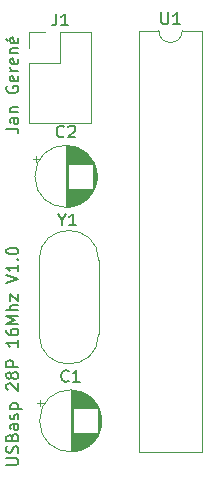
<source format=gbr>
%TF.GenerationSoftware,KiCad,Pcbnew,(5.1.7)-1*%
%TF.CreationDate,2020-12-03T15:27:53+01:00*%
%TF.ProjectId,usbasp16Mhz,75736261-7370-4313-964d-687a2e6b6963,rev?*%
%TF.SameCoordinates,Original*%
%TF.FileFunction,Legend,Top*%
%TF.FilePolarity,Positive*%
%FSLAX46Y46*%
G04 Gerber Fmt 4.6, Leading zero omitted, Abs format (unit mm)*
G04 Created by KiCad (PCBNEW (5.1.7)-1) date 2020-12-03 15:27:53*
%MOMM*%
%LPD*%
G01*
G04 APERTURE LIST*
%ADD10C,0.150000*%
%ADD11C,0.120000*%
G04 APERTURE END LIST*
D10*
X130516380Y-93860476D02*
X131230666Y-93860476D01*
X131373523Y-93908095D01*
X131468761Y-94003333D01*
X131516380Y-94146190D01*
X131516380Y-94241428D01*
X131516380Y-92955714D02*
X130992571Y-92955714D01*
X130897333Y-93003333D01*
X130849714Y-93098571D01*
X130849714Y-93289047D01*
X130897333Y-93384285D01*
X131468761Y-92955714D02*
X131516380Y-93050952D01*
X131516380Y-93289047D01*
X131468761Y-93384285D01*
X131373523Y-93431904D01*
X131278285Y-93431904D01*
X131183047Y-93384285D01*
X131135428Y-93289047D01*
X131135428Y-93050952D01*
X131087809Y-92955714D01*
X130849714Y-92479523D02*
X131516380Y-92479523D01*
X130944952Y-92479523D02*
X130897333Y-92431904D01*
X130849714Y-92336666D01*
X130849714Y-92193809D01*
X130897333Y-92098571D01*
X130992571Y-92050952D01*
X131516380Y-92050952D01*
X130564000Y-90289047D02*
X130516380Y-90384285D01*
X130516380Y-90527142D01*
X130564000Y-90670000D01*
X130659238Y-90765238D01*
X130754476Y-90812857D01*
X130944952Y-90860476D01*
X131087809Y-90860476D01*
X131278285Y-90812857D01*
X131373523Y-90765238D01*
X131468761Y-90670000D01*
X131516380Y-90527142D01*
X131516380Y-90431904D01*
X131468761Y-90289047D01*
X131421142Y-90241428D01*
X131087809Y-90241428D01*
X131087809Y-90431904D01*
X131468761Y-89431904D02*
X131516380Y-89527142D01*
X131516380Y-89717619D01*
X131468761Y-89812857D01*
X131373523Y-89860476D01*
X130992571Y-89860476D01*
X130897333Y-89812857D01*
X130849714Y-89717619D01*
X130849714Y-89527142D01*
X130897333Y-89431904D01*
X130992571Y-89384285D01*
X131087809Y-89384285D01*
X131183047Y-89860476D01*
X131516380Y-88955714D02*
X130849714Y-88955714D01*
X131040190Y-88955714D02*
X130944952Y-88908095D01*
X130897333Y-88860476D01*
X130849714Y-88765238D01*
X130849714Y-88670000D01*
X131468761Y-87955714D02*
X131516380Y-88050952D01*
X131516380Y-88241428D01*
X131468761Y-88336666D01*
X131373523Y-88384285D01*
X130992571Y-88384285D01*
X130897333Y-88336666D01*
X130849714Y-88241428D01*
X130849714Y-88050952D01*
X130897333Y-87955714D01*
X130992571Y-87908095D01*
X131087809Y-87908095D01*
X131183047Y-88384285D01*
X130849714Y-87479523D02*
X131516380Y-87479523D01*
X130944952Y-87479523D02*
X130897333Y-87431904D01*
X130849714Y-87336666D01*
X130849714Y-87193809D01*
X130897333Y-87098571D01*
X130992571Y-87050952D01*
X131516380Y-87050952D01*
X131468761Y-86193809D02*
X131516380Y-86289047D01*
X131516380Y-86479523D01*
X131468761Y-86574761D01*
X131373523Y-86622380D01*
X130992571Y-86622380D01*
X130897333Y-86574761D01*
X130849714Y-86479523D01*
X130849714Y-86289047D01*
X130897333Y-86193809D01*
X130992571Y-86146190D01*
X131087809Y-86146190D01*
X131183047Y-86622380D01*
X130468761Y-86289047D02*
X130611619Y-86431904D01*
X130516380Y-122323619D02*
X131325904Y-122323619D01*
X131421142Y-122276000D01*
X131468761Y-122228380D01*
X131516380Y-122133142D01*
X131516380Y-121942666D01*
X131468761Y-121847428D01*
X131421142Y-121799809D01*
X131325904Y-121752190D01*
X130516380Y-121752190D01*
X131468761Y-121323619D02*
X131516380Y-121180761D01*
X131516380Y-120942666D01*
X131468761Y-120847428D01*
X131421142Y-120799809D01*
X131325904Y-120752190D01*
X131230666Y-120752190D01*
X131135428Y-120799809D01*
X131087809Y-120847428D01*
X131040190Y-120942666D01*
X130992571Y-121133142D01*
X130944952Y-121228380D01*
X130897333Y-121276000D01*
X130802095Y-121323619D01*
X130706857Y-121323619D01*
X130611619Y-121276000D01*
X130564000Y-121228380D01*
X130516380Y-121133142D01*
X130516380Y-120895047D01*
X130564000Y-120752190D01*
X130992571Y-119990285D02*
X131040190Y-119847428D01*
X131087809Y-119799809D01*
X131183047Y-119752190D01*
X131325904Y-119752190D01*
X131421142Y-119799809D01*
X131468761Y-119847428D01*
X131516380Y-119942666D01*
X131516380Y-120323619D01*
X130516380Y-120323619D01*
X130516380Y-119990285D01*
X130564000Y-119895047D01*
X130611619Y-119847428D01*
X130706857Y-119799809D01*
X130802095Y-119799809D01*
X130897333Y-119847428D01*
X130944952Y-119895047D01*
X130992571Y-119990285D01*
X130992571Y-120323619D01*
X131516380Y-118895047D02*
X130992571Y-118895047D01*
X130897333Y-118942666D01*
X130849714Y-119037904D01*
X130849714Y-119228380D01*
X130897333Y-119323619D01*
X131468761Y-118895047D02*
X131516380Y-118990285D01*
X131516380Y-119228380D01*
X131468761Y-119323619D01*
X131373523Y-119371238D01*
X131278285Y-119371238D01*
X131183047Y-119323619D01*
X131135428Y-119228380D01*
X131135428Y-118990285D01*
X131087809Y-118895047D01*
X131468761Y-118466476D02*
X131516380Y-118371238D01*
X131516380Y-118180761D01*
X131468761Y-118085523D01*
X131373523Y-118037904D01*
X131325904Y-118037904D01*
X131230666Y-118085523D01*
X131183047Y-118180761D01*
X131183047Y-118323619D01*
X131135428Y-118418857D01*
X131040190Y-118466476D01*
X130992571Y-118466476D01*
X130897333Y-118418857D01*
X130849714Y-118323619D01*
X130849714Y-118180761D01*
X130897333Y-118085523D01*
X130849714Y-117609333D02*
X131849714Y-117609333D01*
X130897333Y-117609333D02*
X130849714Y-117514095D01*
X130849714Y-117323619D01*
X130897333Y-117228380D01*
X130944952Y-117180761D01*
X131040190Y-117133142D01*
X131325904Y-117133142D01*
X131421142Y-117180761D01*
X131468761Y-117228380D01*
X131516380Y-117323619D01*
X131516380Y-117514095D01*
X131468761Y-117609333D01*
X130611619Y-115990285D02*
X130564000Y-115942666D01*
X130516380Y-115847428D01*
X130516380Y-115609333D01*
X130564000Y-115514095D01*
X130611619Y-115466476D01*
X130706857Y-115418857D01*
X130802095Y-115418857D01*
X130944952Y-115466476D01*
X131516380Y-116037904D01*
X131516380Y-115418857D01*
X130944952Y-114847428D02*
X130897333Y-114942666D01*
X130849714Y-114990285D01*
X130754476Y-115037904D01*
X130706857Y-115037904D01*
X130611619Y-114990285D01*
X130564000Y-114942666D01*
X130516380Y-114847428D01*
X130516380Y-114656952D01*
X130564000Y-114561714D01*
X130611619Y-114514095D01*
X130706857Y-114466476D01*
X130754476Y-114466476D01*
X130849714Y-114514095D01*
X130897333Y-114561714D01*
X130944952Y-114656952D01*
X130944952Y-114847428D01*
X130992571Y-114942666D01*
X131040190Y-114990285D01*
X131135428Y-115037904D01*
X131325904Y-115037904D01*
X131421142Y-114990285D01*
X131468761Y-114942666D01*
X131516380Y-114847428D01*
X131516380Y-114656952D01*
X131468761Y-114561714D01*
X131421142Y-114514095D01*
X131325904Y-114466476D01*
X131135428Y-114466476D01*
X131040190Y-114514095D01*
X130992571Y-114561714D01*
X130944952Y-114656952D01*
X131516380Y-114037904D02*
X130516380Y-114037904D01*
X130516380Y-113656952D01*
X130564000Y-113561714D01*
X130611619Y-113514095D01*
X130706857Y-113466476D01*
X130849714Y-113466476D01*
X130944952Y-113514095D01*
X130992571Y-113561714D01*
X131040190Y-113656952D01*
X131040190Y-114037904D01*
X131516380Y-111752190D02*
X131516380Y-112323619D01*
X131516380Y-112037904D02*
X130516380Y-112037904D01*
X130659238Y-112133142D01*
X130754476Y-112228380D01*
X130802095Y-112323619D01*
X130516380Y-110895047D02*
X130516380Y-111085523D01*
X130564000Y-111180761D01*
X130611619Y-111228380D01*
X130754476Y-111323619D01*
X130944952Y-111371238D01*
X131325904Y-111371238D01*
X131421142Y-111323619D01*
X131468761Y-111276000D01*
X131516380Y-111180761D01*
X131516380Y-110990285D01*
X131468761Y-110895047D01*
X131421142Y-110847428D01*
X131325904Y-110799809D01*
X131087809Y-110799809D01*
X130992571Y-110847428D01*
X130944952Y-110895047D01*
X130897333Y-110990285D01*
X130897333Y-111180761D01*
X130944952Y-111276000D01*
X130992571Y-111323619D01*
X131087809Y-111371238D01*
X131516380Y-110371238D02*
X130516380Y-110371238D01*
X131230666Y-110037904D01*
X130516380Y-109704571D01*
X131516380Y-109704571D01*
X131516380Y-109228380D02*
X130516380Y-109228380D01*
X131516380Y-108799809D02*
X130992571Y-108799809D01*
X130897333Y-108847428D01*
X130849714Y-108942666D01*
X130849714Y-109085523D01*
X130897333Y-109180761D01*
X130944952Y-109228380D01*
X130849714Y-108418857D02*
X130849714Y-107895047D01*
X131516380Y-108418857D01*
X131516380Y-107895047D01*
X130516380Y-106895047D02*
X131516380Y-106561714D01*
X130516380Y-106228380D01*
X131516380Y-105371238D02*
X131516380Y-105942666D01*
X131516380Y-105656952D02*
X130516380Y-105656952D01*
X130659238Y-105752190D01*
X130754476Y-105847428D01*
X130802095Y-105942666D01*
X131421142Y-104942666D02*
X131468761Y-104895047D01*
X131516380Y-104942666D01*
X131468761Y-104990285D01*
X131421142Y-104942666D01*
X131516380Y-104942666D01*
X130516380Y-104276000D02*
X130516380Y-104180761D01*
X130564000Y-104085523D01*
X130611619Y-104037904D01*
X130706857Y-103990285D01*
X130897333Y-103942666D01*
X131135428Y-103942666D01*
X131325904Y-103990285D01*
X131421142Y-104037904D01*
X131468761Y-104085523D01*
X131516380Y-104180761D01*
X131516380Y-104276000D01*
X131468761Y-104371238D01*
X131421142Y-104418857D01*
X131325904Y-104466476D01*
X131135428Y-104514095D01*
X130897333Y-104514095D01*
X130706857Y-104466476D01*
X130611619Y-104418857D01*
X130564000Y-104371238D01*
X130516380Y-104276000D01*
D11*
%TO.C,C1*%
X133395225Y-116875000D02*
X133395225Y-117375000D01*
X133145225Y-117125000D02*
X133645225Y-117125000D01*
X138551000Y-118316000D02*
X138551000Y-118884000D01*
X138511000Y-118082000D02*
X138511000Y-119118000D01*
X138471000Y-117923000D02*
X138471000Y-119277000D01*
X138431000Y-117795000D02*
X138431000Y-119405000D01*
X138391000Y-117685000D02*
X138391000Y-119515000D01*
X138351000Y-117589000D02*
X138351000Y-119611000D01*
X138311000Y-117502000D02*
X138311000Y-119698000D01*
X138271000Y-117422000D02*
X138271000Y-119778000D01*
X138231000Y-119640000D02*
X138231000Y-119851000D01*
X138231000Y-117349000D02*
X138231000Y-117560000D01*
X138191000Y-119640000D02*
X138191000Y-119919000D01*
X138191000Y-117281000D02*
X138191000Y-117560000D01*
X138151000Y-119640000D02*
X138151000Y-119983000D01*
X138151000Y-117217000D02*
X138151000Y-117560000D01*
X138111000Y-119640000D02*
X138111000Y-120043000D01*
X138111000Y-117157000D02*
X138111000Y-117560000D01*
X138071000Y-119640000D02*
X138071000Y-120100000D01*
X138071000Y-117100000D02*
X138071000Y-117560000D01*
X138031000Y-119640000D02*
X138031000Y-120154000D01*
X138031000Y-117046000D02*
X138031000Y-117560000D01*
X137991000Y-119640000D02*
X137991000Y-120205000D01*
X137991000Y-116995000D02*
X137991000Y-117560000D01*
X137951000Y-119640000D02*
X137951000Y-120253000D01*
X137951000Y-116947000D02*
X137951000Y-117560000D01*
X137911000Y-119640000D02*
X137911000Y-120299000D01*
X137911000Y-116901000D02*
X137911000Y-117560000D01*
X137871000Y-119640000D02*
X137871000Y-120343000D01*
X137871000Y-116857000D02*
X137871000Y-117560000D01*
X137831000Y-119640000D02*
X137831000Y-120385000D01*
X137831000Y-116815000D02*
X137831000Y-117560000D01*
X137791000Y-119640000D02*
X137791000Y-120426000D01*
X137791000Y-116774000D02*
X137791000Y-117560000D01*
X137751000Y-119640000D02*
X137751000Y-120464000D01*
X137751000Y-116736000D02*
X137751000Y-117560000D01*
X137711000Y-119640000D02*
X137711000Y-120501000D01*
X137711000Y-116699000D02*
X137711000Y-117560000D01*
X137671000Y-119640000D02*
X137671000Y-120537000D01*
X137671000Y-116663000D02*
X137671000Y-117560000D01*
X137631000Y-119640000D02*
X137631000Y-120571000D01*
X137631000Y-116629000D02*
X137631000Y-117560000D01*
X137591000Y-119640000D02*
X137591000Y-120604000D01*
X137591000Y-116596000D02*
X137591000Y-117560000D01*
X137551000Y-119640000D02*
X137551000Y-120635000D01*
X137551000Y-116565000D02*
X137551000Y-117560000D01*
X137511000Y-119640000D02*
X137511000Y-120665000D01*
X137511000Y-116535000D02*
X137511000Y-117560000D01*
X137471000Y-119640000D02*
X137471000Y-120695000D01*
X137471000Y-116505000D02*
X137471000Y-117560000D01*
X137431000Y-119640000D02*
X137431000Y-120722000D01*
X137431000Y-116478000D02*
X137431000Y-117560000D01*
X137391000Y-119640000D02*
X137391000Y-120749000D01*
X137391000Y-116451000D02*
X137391000Y-117560000D01*
X137351000Y-119640000D02*
X137351000Y-120775000D01*
X137351000Y-116425000D02*
X137351000Y-117560000D01*
X137311000Y-119640000D02*
X137311000Y-120800000D01*
X137311000Y-116400000D02*
X137311000Y-117560000D01*
X137271000Y-119640000D02*
X137271000Y-120824000D01*
X137271000Y-116376000D02*
X137271000Y-117560000D01*
X137231000Y-119640000D02*
X137231000Y-120847000D01*
X137231000Y-116353000D02*
X137231000Y-117560000D01*
X137191000Y-119640000D02*
X137191000Y-120868000D01*
X137191000Y-116332000D02*
X137191000Y-117560000D01*
X137151000Y-119640000D02*
X137151000Y-120890000D01*
X137151000Y-116310000D02*
X137151000Y-117560000D01*
X137111000Y-119640000D02*
X137111000Y-120910000D01*
X137111000Y-116290000D02*
X137111000Y-117560000D01*
X137071000Y-119640000D02*
X137071000Y-120929000D01*
X137071000Y-116271000D02*
X137071000Y-117560000D01*
X137031000Y-119640000D02*
X137031000Y-120948000D01*
X137031000Y-116252000D02*
X137031000Y-117560000D01*
X136991000Y-119640000D02*
X136991000Y-120965000D01*
X136991000Y-116235000D02*
X136991000Y-117560000D01*
X136951000Y-119640000D02*
X136951000Y-120982000D01*
X136951000Y-116218000D02*
X136951000Y-117560000D01*
X136911000Y-119640000D02*
X136911000Y-120998000D01*
X136911000Y-116202000D02*
X136911000Y-117560000D01*
X136871000Y-119640000D02*
X136871000Y-121014000D01*
X136871000Y-116186000D02*
X136871000Y-117560000D01*
X136831000Y-119640000D02*
X136831000Y-121028000D01*
X136831000Y-116172000D02*
X136831000Y-117560000D01*
X136791000Y-119640000D02*
X136791000Y-121042000D01*
X136791000Y-116158000D02*
X136791000Y-117560000D01*
X136751000Y-119640000D02*
X136751000Y-121055000D01*
X136751000Y-116145000D02*
X136751000Y-117560000D01*
X136711000Y-119640000D02*
X136711000Y-121068000D01*
X136711000Y-116132000D02*
X136711000Y-117560000D01*
X136671000Y-119640000D02*
X136671000Y-121080000D01*
X136671000Y-116120000D02*
X136671000Y-117560000D01*
X136630000Y-119640000D02*
X136630000Y-121091000D01*
X136630000Y-116109000D02*
X136630000Y-117560000D01*
X136590000Y-119640000D02*
X136590000Y-121101000D01*
X136590000Y-116099000D02*
X136590000Y-117560000D01*
X136550000Y-119640000D02*
X136550000Y-121111000D01*
X136550000Y-116089000D02*
X136550000Y-117560000D01*
X136510000Y-119640000D02*
X136510000Y-121120000D01*
X136510000Y-116080000D02*
X136510000Y-117560000D01*
X136470000Y-119640000D02*
X136470000Y-121128000D01*
X136470000Y-116072000D02*
X136470000Y-117560000D01*
X136430000Y-119640000D02*
X136430000Y-121136000D01*
X136430000Y-116064000D02*
X136430000Y-117560000D01*
X136390000Y-119640000D02*
X136390000Y-121143000D01*
X136390000Y-116057000D02*
X136390000Y-117560000D01*
X136350000Y-119640000D02*
X136350000Y-121150000D01*
X136350000Y-116050000D02*
X136350000Y-117560000D01*
X136310000Y-119640000D02*
X136310000Y-121156000D01*
X136310000Y-116044000D02*
X136310000Y-117560000D01*
X136270000Y-119640000D02*
X136270000Y-121161000D01*
X136270000Y-116039000D02*
X136270000Y-117560000D01*
X136230000Y-119640000D02*
X136230000Y-121165000D01*
X136230000Y-116035000D02*
X136230000Y-117560000D01*
X136190000Y-119640000D02*
X136190000Y-121169000D01*
X136190000Y-116031000D02*
X136190000Y-117560000D01*
X136150000Y-116027000D02*
X136150000Y-121173000D01*
X136110000Y-116024000D02*
X136110000Y-121176000D01*
X136070000Y-116022000D02*
X136070000Y-121178000D01*
X136030000Y-116021000D02*
X136030000Y-121179000D01*
X135990000Y-116020000D02*
X135990000Y-121180000D01*
X135950000Y-116020000D02*
X135950000Y-121180000D01*
X138570000Y-118600000D02*
G75*
G03*
X138570000Y-118600000I-2620000J0D01*
G01*
%TO.C,C2*%
X138170000Y-97900000D02*
G75*
G03*
X138170000Y-97900000I-2620000J0D01*
G01*
X135550000Y-95320000D02*
X135550000Y-100480000D01*
X135590000Y-95320000D02*
X135590000Y-100480000D01*
X135630000Y-95321000D02*
X135630000Y-100479000D01*
X135670000Y-95322000D02*
X135670000Y-100478000D01*
X135710000Y-95324000D02*
X135710000Y-100476000D01*
X135750000Y-95327000D02*
X135750000Y-100473000D01*
X135790000Y-95331000D02*
X135790000Y-96860000D01*
X135790000Y-98940000D02*
X135790000Y-100469000D01*
X135830000Y-95335000D02*
X135830000Y-96860000D01*
X135830000Y-98940000D02*
X135830000Y-100465000D01*
X135870000Y-95339000D02*
X135870000Y-96860000D01*
X135870000Y-98940000D02*
X135870000Y-100461000D01*
X135910000Y-95344000D02*
X135910000Y-96860000D01*
X135910000Y-98940000D02*
X135910000Y-100456000D01*
X135950000Y-95350000D02*
X135950000Y-96860000D01*
X135950000Y-98940000D02*
X135950000Y-100450000D01*
X135990000Y-95357000D02*
X135990000Y-96860000D01*
X135990000Y-98940000D02*
X135990000Y-100443000D01*
X136030000Y-95364000D02*
X136030000Y-96860000D01*
X136030000Y-98940000D02*
X136030000Y-100436000D01*
X136070000Y-95372000D02*
X136070000Y-96860000D01*
X136070000Y-98940000D02*
X136070000Y-100428000D01*
X136110000Y-95380000D02*
X136110000Y-96860000D01*
X136110000Y-98940000D02*
X136110000Y-100420000D01*
X136150000Y-95389000D02*
X136150000Y-96860000D01*
X136150000Y-98940000D02*
X136150000Y-100411000D01*
X136190000Y-95399000D02*
X136190000Y-96860000D01*
X136190000Y-98940000D02*
X136190000Y-100401000D01*
X136230000Y-95409000D02*
X136230000Y-96860000D01*
X136230000Y-98940000D02*
X136230000Y-100391000D01*
X136271000Y-95420000D02*
X136271000Y-96860000D01*
X136271000Y-98940000D02*
X136271000Y-100380000D01*
X136311000Y-95432000D02*
X136311000Y-96860000D01*
X136311000Y-98940000D02*
X136311000Y-100368000D01*
X136351000Y-95445000D02*
X136351000Y-96860000D01*
X136351000Y-98940000D02*
X136351000Y-100355000D01*
X136391000Y-95458000D02*
X136391000Y-96860000D01*
X136391000Y-98940000D02*
X136391000Y-100342000D01*
X136431000Y-95472000D02*
X136431000Y-96860000D01*
X136431000Y-98940000D02*
X136431000Y-100328000D01*
X136471000Y-95486000D02*
X136471000Y-96860000D01*
X136471000Y-98940000D02*
X136471000Y-100314000D01*
X136511000Y-95502000D02*
X136511000Y-96860000D01*
X136511000Y-98940000D02*
X136511000Y-100298000D01*
X136551000Y-95518000D02*
X136551000Y-96860000D01*
X136551000Y-98940000D02*
X136551000Y-100282000D01*
X136591000Y-95535000D02*
X136591000Y-96860000D01*
X136591000Y-98940000D02*
X136591000Y-100265000D01*
X136631000Y-95552000D02*
X136631000Y-96860000D01*
X136631000Y-98940000D02*
X136631000Y-100248000D01*
X136671000Y-95571000D02*
X136671000Y-96860000D01*
X136671000Y-98940000D02*
X136671000Y-100229000D01*
X136711000Y-95590000D02*
X136711000Y-96860000D01*
X136711000Y-98940000D02*
X136711000Y-100210000D01*
X136751000Y-95610000D02*
X136751000Y-96860000D01*
X136751000Y-98940000D02*
X136751000Y-100190000D01*
X136791000Y-95632000D02*
X136791000Y-96860000D01*
X136791000Y-98940000D02*
X136791000Y-100168000D01*
X136831000Y-95653000D02*
X136831000Y-96860000D01*
X136831000Y-98940000D02*
X136831000Y-100147000D01*
X136871000Y-95676000D02*
X136871000Y-96860000D01*
X136871000Y-98940000D02*
X136871000Y-100124000D01*
X136911000Y-95700000D02*
X136911000Y-96860000D01*
X136911000Y-98940000D02*
X136911000Y-100100000D01*
X136951000Y-95725000D02*
X136951000Y-96860000D01*
X136951000Y-98940000D02*
X136951000Y-100075000D01*
X136991000Y-95751000D02*
X136991000Y-96860000D01*
X136991000Y-98940000D02*
X136991000Y-100049000D01*
X137031000Y-95778000D02*
X137031000Y-96860000D01*
X137031000Y-98940000D02*
X137031000Y-100022000D01*
X137071000Y-95805000D02*
X137071000Y-96860000D01*
X137071000Y-98940000D02*
X137071000Y-99995000D01*
X137111000Y-95835000D02*
X137111000Y-96860000D01*
X137111000Y-98940000D02*
X137111000Y-99965000D01*
X137151000Y-95865000D02*
X137151000Y-96860000D01*
X137151000Y-98940000D02*
X137151000Y-99935000D01*
X137191000Y-95896000D02*
X137191000Y-96860000D01*
X137191000Y-98940000D02*
X137191000Y-99904000D01*
X137231000Y-95929000D02*
X137231000Y-96860000D01*
X137231000Y-98940000D02*
X137231000Y-99871000D01*
X137271000Y-95963000D02*
X137271000Y-96860000D01*
X137271000Y-98940000D02*
X137271000Y-99837000D01*
X137311000Y-95999000D02*
X137311000Y-96860000D01*
X137311000Y-98940000D02*
X137311000Y-99801000D01*
X137351000Y-96036000D02*
X137351000Y-96860000D01*
X137351000Y-98940000D02*
X137351000Y-99764000D01*
X137391000Y-96074000D02*
X137391000Y-96860000D01*
X137391000Y-98940000D02*
X137391000Y-99726000D01*
X137431000Y-96115000D02*
X137431000Y-96860000D01*
X137431000Y-98940000D02*
X137431000Y-99685000D01*
X137471000Y-96157000D02*
X137471000Y-96860000D01*
X137471000Y-98940000D02*
X137471000Y-99643000D01*
X137511000Y-96201000D02*
X137511000Y-96860000D01*
X137511000Y-98940000D02*
X137511000Y-99599000D01*
X137551000Y-96247000D02*
X137551000Y-96860000D01*
X137551000Y-98940000D02*
X137551000Y-99553000D01*
X137591000Y-96295000D02*
X137591000Y-96860000D01*
X137591000Y-98940000D02*
X137591000Y-99505000D01*
X137631000Y-96346000D02*
X137631000Y-96860000D01*
X137631000Y-98940000D02*
X137631000Y-99454000D01*
X137671000Y-96400000D02*
X137671000Y-96860000D01*
X137671000Y-98940000D02*
X137671000Y-99400000D01*
X137711000Y-96457000D02*
X137711000Y-96860000D01*
X137711000Y-98940000D02*
X137711000Y-99343000D01*
X137751000Y-96517000D02*
X137751000Y-96860000D01*
X137751000Y-98940000D02*
X137751000Y-99283000D01*
X137791000Y-96581000D02*
X137791000Y-96860000D01*
X137791000Y-98940000D02*
X137791000Y-99219000D01*
X137831000Y-96649000D02*
X137831000Y-96860000D01*
X137831000Y-98940000D02*
X137831000Y-99151000D01*
X137871000Y-96722000D02*
X137871000Y-99078000D01*
X137911000Y-96802000D02*
X137911000Y-98998000D01*
X137951000Y-96889000D02*
X137951000Y-98911000D01*
X137991000Y-96985000D02*
X137991000Y-98815000D01*
X138031000Y-97095000D02*
X138031000Y-98705000D01*
X138071000Y-97223000D02*
X138071000Y-98577000D01*
X138111000Y-97382000D02*
X138111000Y-98418000D01*
X138151000Y-97616000D02*
X138151000Y-98184000D01*
X132745225Y-96425000D02*
X133245225Y-96425000D01*
X132995225Y-96175000D02*
X132995225Y-96675000D01*
%TO.C,J1*%
X132470000Y-85670000D02*
X133800000Y-85670000D01*
X132470000Y-87000000D02*
X132470000Y-85670000D01*
X135070000Y-85670000D02*
X137670000Y-85670000D01*
X135070000Y-88270000D02*
X135070000Y-85670000D01*
X132470000Y-88270000D02*
X135070000Y-88270000D01*
X137670000Y-85670000D02*
X137670000Y-93410000D01*
X132470000Y-88270000D02*
X132470000Y-93410000D01*
X132470000Y-93410000D02*
X137670000Y-93410000D01*
%TO.C,U1*%
X147060000Y-85570000D02*
X145410000Y-85570000D01*
X147060000Y-121250000D02*
X147060000Y-85570000D01*
X141760000Y-121250000D02*
X147060000Y-121250000D01*
X141760000Y-85570000D02*
X141760000Y-121250000D01*
X143410000Y-85570000D02*
X141760000Y-85570000D01*
X145410000Y-85570000D02*
G75*
G02*
X143410000Y-85570000I-1000000J0D01*
G01*
%TO.C,Y1*%
X133275000Y-105015000D02*
X133275000Y-111265000D01*
X138325000Y-105015000D02*
X138325000Y-111265000D01*
X133275000Y-105015000D02*
G75*
G02*
X138325000Y-105015000I2525000J0D01*
G01*
X133275000Y-111265000D02*
G75*
G03*
X138325000Y-111265000I2525000J0D01*
G01*
%TD*%
%TO.C,C1*%
D10*
X135783333Y-115207142D02*
X135735714Y-115254761D01*
X135592857Y-115302380D01*
X135497619Y-115302380D01*
X135354761Y-115254761D01*
X135259523Y-115159523D01*
X135211904Y-115064285D01*
X135164285Y-114873809D01*
X135164285Y-114730952D01*
X135211904Y-114540476D01*
X135259523Y-114445238D01*
X135354761Y-114350000D01*
X135497619Y-114302380D01*
X135592857Y-114302380D01*
X135735714Y-114350000D01*
X135783333Y-114397619D01*
X136735714Y-115302380D02*
X136164285Y-115302380D01*
X136450000Y-115302380D02*
X136450000Y-114302380D01*
X136354761Y-114445238D01*
X136259523Y-114540476D01*
X136164285Y-114588095D01*
%TO.C,C2*%
X135383333Y-94507142D02*
X135335714Y-94554761D01*
X135192857Y-94602380D01*
X135097619Y-94602380D01*
X134954761Y-94554761D01*
X134859523Y-94459523D01*
X134811904Y-94364285D01*
X134764285Y-94173809D01*
X134764285Y-94030952D01*
X134811904Y-93840476D01*
X134859523Y-93745238D01*
X134954761Y-93650000D01*
X135097619Y-93602380D01*
X135192857Y-93602380D01*
X135335714Y-93650000D01*
X135383333Y-93697619D01*
X135764285Y-93697619D02*
X135811904Y-93650000D01*
X135907142Y-93602380D01*
X136145238Y-93602380D01*
X136240476Y-93650000D01*
X136288095Y-93697619D01*
X136335714Y-93792857D01*
X136335714Y-93888095D01*
X136288095Y-94030952D01*
X135716666Y-94602380D01*
X136335714Y-94602380D01*
%TO.C,J1*%
X134736666Y-84122380D02*
X134736666Y-84836666D01*
X134689047Y-84979523D01*
X134593809Y-85074761D01*
X134450952Y-85122380D01*
X134355714Y-85122380D01*
X135736666Y-85122380D02*
X135165238Y-85122380D01*
X135450952Y-85122380D02*
X135450952Y-84122380D01*
X135355714Y-84265238D01*
X135260476Y-84360476D01*
X135165238Y-84408095D01*
%TO.C,U1*%
X143648095Y-84022380D02*
X143648095Y-84831904D01*
X143695714Y-84927142D01*
X143743333Y-84974761D01*
X143838571Y-85022380D01*
X144029047Y-85022380D01*
X144124285Y-84974761D01*
X144171904Y-84927142D01*
X144219523Y-84831904D01*
X144219523Y-84022380D01*
X145219523Y-85022380D02*
X144648095Y-85022380D01*
X144933809Y-85022380D02*
X144933809Y-84022380D01*
X144838571Y-84165238D01*
X144743333Y-84260476D01*
X144648095Y-84308095D01*
%TO.C,Y1*%
X135223809Y-101576190D02*
X135223809Y-102052380D01*
X134890476Y-101052380D02*
X135223809Y-101576190D01*
X135557142Y-101052380D01*
X136414285Y-102052380D02*
X135842857Y-102052380D01*
X136128571Y-102052380D02*
X136128571Y-101052380D01*
X136033333Y-101195238D01*
X135938095Y-101290476D01*
X135842857Y-101338095D01*
%TD*%
M02*

</source>
